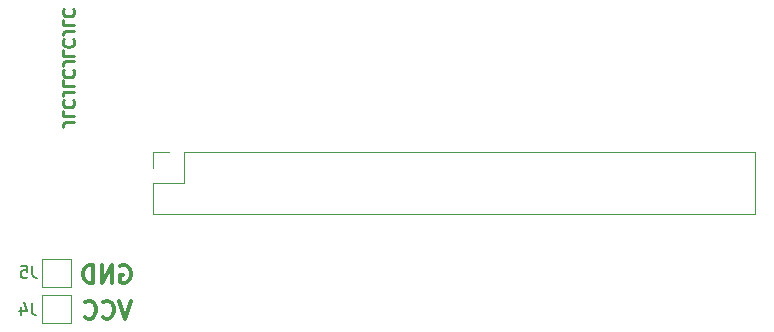
<source format=gbo>
%TF.GenerationSoftware,KiCad,Pcbnew,5.1.4-e60b266~84~ubuntu18.04.1*%
%TF.CreationDate,2019-12-31T08:18:33+01:00*%
%TF.ProjectId,clock-dashboard,636c6f63-6b2d-4646-9173-68626f617264,rev?*%
%TF.SameCoordinates,Original*%
%TF.FileFunction,Legend,Bot*%
%TF.FilePolarity,Positive*%
%FSLAX46Y46*%
G04 Gerber Fmt 4.6, Leading zero omitted, Abs format (unit mm)*
G04 Created by KiCad (PCBNEW 5.1.4-e60b266~84~ubuntu18.04.1) date 2019-12-31 08:18:33*
%MOMM*%
%LPD*%
G04 APERTURE LIST*
%ADD10C,0.250000*%
%ADD11C,0.300000*%
%ADD12C,0.120000*%
%ADD13C,0.150000*%
G04 APERTURE END LIST*
D10*
X124257619Y-89329047D02*
X123543333Y-89329047D01*
X123400476Y-89376666D01*
X123305238Y-89471904D01*
X123257619Y-89614761D01*
X123257619Y-89710000D01*
X123257619Y-88376666D02*
X123257619Y-88852857D01*
X124257619Y-88852857D01*
X123352857Y-87471904D02*
X123305238Y-87519523D01*
X123257619Y-87662380D01*
X123257619Y-87757619D01*
X123305238Y-87900476D01*
X123400476Y-87995714D01*
X123495714Y-88043333D01*
X123686190Y-88090952D01*
X123829047Y-88090952D01*
X124019523Y-88043333D01*
X124114761Y-87995714D01*
X124210000Y-87900476D01*
X124257619Y-87757619D01*
X124257619Y-87662380D01*
X124210000Y-87519523D01*
X124162380Y-87471904D01*
X124257619Y-86757619D02*
X123543333Y-86757619D01*
X123400476Y-86805238D01*
X123305238Y-86900476D01*
X123257619Y-87043333D01*
X123257619Y-87138571D01*
X123257619Y-85805238D02*
X123257619Y-86281428D01*
X124257619Y-86281428D01*
X123352857Y-84900476D02*
X123305238Y-84948095D01*
X123257619Y-85090952D01*
X123257619Y-85186190D01*
X123305238Y-85329047D01*
X123400476Y-85424285D01*
X123495714Y-85471904D01*
X123686190Y-85519523D01*
X123829047Y-85519523D01*
X124019523Y-85471904D01*
X124114761Y-85424285D01*
X124210000Y-85329047D01*
X124257619Y-85186190D01*
X124257619Y-85090952D01*
X124210000Y-84948095D01*
X124162380Y-84900476D01*
X124257619Y-84186190D02*
X123543333Y-84186190D01*
X123400476Y-84233809D01*
X123305238Y-84329047D01*
X123257619Y-84471904D01*
X123257619Y-84567142D01*
X123257619Y-83233809D02*
X123257619Y-83710000D01*
X124257619Y-83710000D01*
X123352857Y-82329047D02*
X123305238Y-82376666D01*
X123257619Y-82519523D01*
X123257619Y-82614761D01*
X123305238Y-82757619D01*
X123400476Y-82852857D01*
X123495714Y-82900476D01*
X123686190Y-82948095D01*
X123829047Y-82948095D01*
X124019523Y-82900476D01*
X124114761Y-82852857D01*
X124210000Y-82757619D01*
X124257619Y-82614761D01*
X124257619Y-82519523D01*
X124210000Y-82376666D01*
X124162380Y-82329047D01*
X124257619Y-81614761D02*
X123543333Y-81614761D01*
X123400476Y-81662380D01*
X123305238Y-81757619D01*
X123257619Y-81900476D01*
X123257619Y-81995714D01*
X123257619Y-80662380D02*
X123257619Y-81138571D01*
X124257619Y-81138571D01*
X123352857Y-79757619D02*
X123305238Y-79805238D01*
X123257619Y-79948095D01*
X123257619Y-80043333D01*
X123305238Y-80186190D01*
X123400476Y-80281428D01*
X123495714Y-80329047D01*
X123686190Y-80376666D01*
X123829047Y-80376666D01*
X124019523Y-80329047D01*
X124114761Y-80281428D01*
X124210000Y-80186190D01*
X124257619Y-80043333D01*
X124257619Y-79948095D01*
X124210000Y-79805238D01*
X124162380Y-79757619D01*
D11*
X129000000Y-104458571D02*
X128500000Y-105958571D01*
X128000000Y-104458571D01*
X126642857Y-105815714D02*
X126714285Y-105887142D01*
X126928571Y-105958571D01*
X127071428Y-105958571D01*
X127285714Y-105887142D01*
X127428571Y-105744285D01*
X127500000Y-105601428D01*
X127571428Y-105315714D01*
X127571428Y-105101428D01*
X127500000Y-104815714D01*
X127428571Y-104672857D01*
X127285714Y-104530000D01*
X127071428Y-104458571D01*
X126928571Y-104458571D01*
X126714285Y-104530000D01*
X126642857Y-104601428D01*
X125142857Y-105815714D02*
X125214285Y-105887142D01*
X125428571Y-105958571D01*
X125571428Y-105958571D01*
X125785714Y-105887142D01*
X125928571Y-105744285D01*
X126000000Y-105601428D01*
X126071428Y-105315714D01*
X126071428Y-105101428D01*
X126000000Y-104815714D01*
X125928571Y-104672857D01*
X125785714Y-104530000D01*
X125571428Y-104458571D01*
X125428571Y-104458571D01*
X125214285Y-104530000D01*
X125142857Y-104601428D01*
X128142857Y-101500000D02*
X128285714Y-101428571D01*
X128500000Y-101428571D01*
X128714285Y-101500000D01*
X128857142Y-101642857D01*
X128928571Y-101785714D01*
X129000000Y-102071428D01*
X129000000Y-102285714D01*
X128928571Y-102571428D01*
X128857142Y-102714285D01*
X128714285Y-102857142D01*
X128500000Y-102928571D01*
X128357142Y-102928571D01*
X128142857Y-102857142D01*
X128071428Y-102785714D01*
X128071428Y-102285714D01*
X128357142Y-102285714D01*
X127428571Y-102928571D02*
X127428571Y-101428571D01*
X126571428Y-102928571D01*
X126571428Y-101428571D01*
X125857142Y-102928571D02*
X125857142Y-101428571D01*
X125500000Y-101428571D01*
X125285714Y-101500000D01*
X125142857Y-101642857D01*
X125071428Y-101785714D01*
X125000000Y-102071428D01*
X125000000Y-102285714D01*
X125071428Y-102571428D01*
X125142857Y-102714285D01*
X125285714Y-102857142D01*
X125500000Y-102928571D01*
X125857142Y-102928571D01*
D12*
X121520000Y-100880000D02*
X121520000Y-103280000D01*
X123920000Y-100880000D02*
X121520000Y-100880000D01*
X123920000Y-103280000D02*
X123920000Y-100880000D01*
X121520000Y-103280000D02*
X123920000Y-103280000D01*
X121520000Y-103970000D02*
X121520000Y-106370000D01*
X123920000Y-103970000D02*
X121520000Y-103970000D01*
X123920000Y-106370000D02*
X123920000Y-103970000D01*
X121520000Y-106370000D02*
X123920000Y-106370000D01*
X181850000Y-91900000D02*
X181850000Y-97100000D01*
X133530000Y-91900000D02*
X181850000Y-91900000D01*
X130930000Y-97100000D02*
X181850000Y-97100000D01*
X133530000Y-91900000D02*
X133530000Y-94500000D01*
X133530000Y-94500000D02*
X130930000Y-94500000D01*
X130930000Y-94500000D02*
X130930000Y-97100000D01*
X132260000Y-91900000D02*
X130930000Y-91900000D01*
X130930000Y-91900000D02*
X130930000Y-93230000D01*
D13*
X120693333Y-101512380D02*
X120693333Y-102226666D01*
X120740952Y-102369523D01*
X120836190Y-102464761D01*
X120979047Y-102512380D01*
X121074285Y-102512380D01*
X119740952Y-101512380D02*
X120217142Y-101512380D01*
X120264761Y-101988571D01*
X120217142Y-101940952D01*
X120121904Y-101893333D01*
X119883809Y-101893333D01*
X119788571Y-101940952D01*
X119740952Y-101988571D01*
X119693333Y-102083809D01*
X119693333Y-102321904D01*
X119740952Y-102417142D01*
X119788571Y-102464761D01*
X119883809Y-102512380D01*
X120121904Y-102512380D01*
X120217142Y-102464761D01*
X120264761Y-102417142D01*
X120633333Y-104622380D02*
X120633333Y-105336666D01*
X120680952Y-105479523D01*
X120776190Y-105574761D01*
X120919047Y-105622380D01*
X121014285Y-105622380D01*
X119728571Y-104955714D02*
X119728571Y-105622380D01*
X119966666Y-104574761D02*
X120204761Y-105289047D01*
X119585714Y-105289047D01*
M02*

</source>
